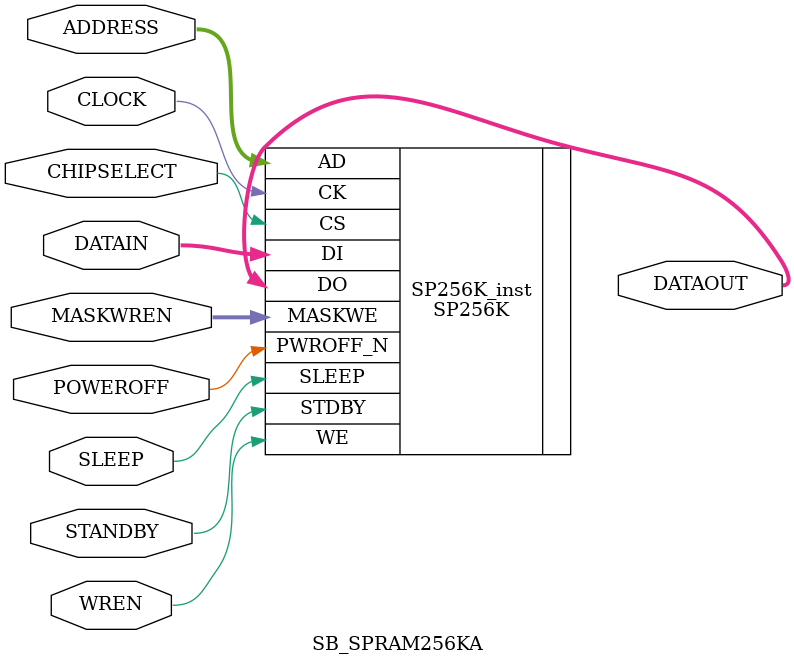
<source format=sv>
/* radiant_prims.sv - Wrapper modules to convert primitives from iCEcube2 (or yosys) to Radiant */

// Note: This file is loaded only if the environment variable USE_RAIDANT=1 is set.
//       Only primitives necessary for the example are implemented, and propagation of some parameters is ignored.

module SB_IO #(
  parameter [5:0] PIN_TYPE    = 6'b100000,
  parameter       PULLUP      = 1'b0,
  parameter       NEG_TRIGGER = 1'b0,
  parameter       IO_STANDARD = "SB_LVCMOS"
)(
  inout  logic PACKAGE_PIN,
  input  logic LATCH_INPUT_VALUE,
  input  logic CLOCK_ENABLE,
  input  logic INPUT_CLK,
  input  logic OUTPUT_CLK,
  input  logic OUTPUT_ENABLE,
  input  logic D_OUT_0,
  input  logic D_OUT_1,
  output logic D_IN_0,
  output logic D_IN_1
);

  logic oe2pad, or2pad, pad2ir;

  IOL_B u_IOL_B (
    .PADDI   (pad2ir           ),  // I, from pad to input register input
    .DO1     (D_OUT_1          ),  // I
    .DO0     (D_OUT_0          ),  // I, from fabric to output register input
    .CE      (CLOCK_ENABLE     ),  // I, clock enable
    .IOLTO   (OUTPUT_ENABLE    ),  // I, from fabric to oe/tristate control
    .HOLD    (LATCH_INPUT_VALUE),  // I
    .INCLK   (INPUT_CLK        ),  // I
    .OUTCLK  (OUTPUT_CLK       ),  // I
    .PADDO   (or2pad           ),  // O, from output register to pad
    .PADDT   (oe2pad           ),  // O, from oe/tristate output to pad
    .DI1     (D_IN_1           ),  // O
    .DI0     (D_IN_0           )   // O, from input register output to fabric
  );

  BB_B u_BB_B (
    .T_N     (oe2pad           ),  // I, from oe/tristate output to pad
    .I       (or2pad           ),  // I, from output register to pad
    .O       (pad2ir           ),  // O, from pad to input register input
    .B       (PACKAGE_PIN      )   // IO, bidirectional pad
  );

endmodule

module SB_RGBA_DRV #(
  parameter CURRENT_MODE = "0b0",
  parameter RGB0_CURRENT = "0b111111",
  parameter RGB1_CURRENT = "0b111111",
  parameter RGB2_CURRENT = "0b111111"
) (
  input  logic CURREN,
  input  logic RGBLEDEN,
  input  logic RGB0PWM,
  input  logic RGB1PWM,
  input  logic RGB2PWM,
  output logic RGB0,
  output logic RGB1,
  output logic RGB2
);

  RGB #(
    .CURRENT_MODE (CURRENT_MODE == "0b0" ? 0 : 1),
    .RGB0_CURRENT (RGB0_CURRENT),
    .RGB1_CURRENT (RGB1_CURRENT),
    .RGB2_CURRENT (RGB2_CURRENT)
  ) RGB_inst (
    .CURREN   (CURREN  ),
    .RGBLEDEN (RGBLEDEN),
    .RGB0PWM  (RGB0PWM ),
    .RGB1PWM  (RGB1PWM ),
    .RGB2PWM  (RGB2PWM ),
    .RGB0     (RGB0    ),
    .RGB1     (RGB1    ),
    .RGB2     (RGB2    )
  );

endmodule

module SB_SPRAM256KA (
  input  logic [13:0] ADDRESS,
  input  logic [15:0] DATAIN,
  input  logic [ 3:0] MASKWREN,
  input  logic        WREN,
  input  logic        CHIPSELECT,
  input  logic        CLOCK,
  input  logic        STANDBY,
  input  logic        SLEEP,
  input  logic        POWEROFF,
  output logic [15:0] DATAOUT
);

  SP256K SP256K_inst (
    .CK         (CLOCK     ),
    .AD         (ADDRESS   ),
    .DI         (DATAIN    ),
    .MASKWE     (MASKWREN  ),
    .WE         (WREN      ),
    .CS         (CHIPSELECT),
    .STDBY      (STANDBY   ),
    .SLEEP      (SLEEP     ),
    .PWROFF_N   (POWEROFF  ),
    .DO         (DATAOUT   )
  );

endmodule

</source>
